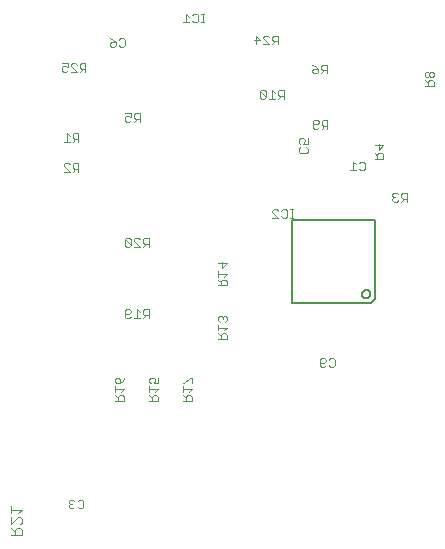
<source format=gbr>
G04 EAGLE Gerber X2 export*
%TF.Part,Single*%
%TF.FileFunction,Legend,Bot,1*%
%TF.FilePolarity,Positive*%
%TF.GenerationSoftware,Autodesk,EAGLE,8.7.1*%
%TF.CreationDate,2019-02-08T14:13:13Z*%
G75*
%MOMM*%
%FSLAX34Y34*%
%LPD*%
%AMOC8*
5,1,8,0,0,1.08239X$1,22.5*%
G01*
%ADD10C,0.076200*%
%ADD11C,0.152400*%


D10*
X340462Y384985D02*
X341690Y386213D01*
X344148Y386213D01*
X345377Y384985D01*
X345377Y380070D01*
X344148Y378841D01*
X341690Y378841D01*
X340462Y380070D01*
X337892Y383756D02*
X335435Y386213D01*
X335435Y378841D01*
X337892Y378841D02*
X332978Y378841D01*
X103294Y99955D02*
X102065Y98727D01*
X103294Y99955D02*
X105751Y99955D01*
X106980Y98727D01*
X106980Y93812D01*
X105751Y92583D01*
X103294Y92583D01*
X102065Y93812D01*
X99496Y98727D02*
X98267Y99955D01*
X95810Y99955D01*
X94581Y98727D01*
X94581Y97498D01*
X95810Y96269D01*
X97038Y96269D01*
X95810Y96269D02*
X94581Y95040D01*
X94581Y93812D01*
X95810Y92583D01*
X98267Y92583D01*
X99496Y93812D01*
X296805Y397086D02*
X295577Y398315D01*
X296805Y397086D02*
X296805Y394629D01*
X295577Y393400D01*
X290662Y393400D01*
X289433Y394629D01*
X289433Y397086D01*
X290662Y398315D01*
X296805Y400884D02*
X296805Y405799D01*
X296805Y400884D02*
X293119Y400884D01*
X294348Y403342D01*
X294348Y404570D01*
X293119Y405799D01*
X290662Y405799D01*
X289433Y404570D01*
X289433Y402113D01*
X290662Y400884D01*
X138173Y490671D02*
X136944Y489442D01*
X138173Y490671D02*
X140630Y490671D01*
X141859Y489442D01*
X141859Y484527D01*
X140630Y483299D01*
X138173Y483299D01*
X136944Y484527D01*
X131917Y489442D02*
X129460Y490671D01*
X131917Y489442D02*
X134375Y486985D01*
X134375Y484527D01*
X133146Y483299D01*
X130689Y483299D01*
X129460Y484527D01*
X129460Y485756D01*
X130689Y486985D01*
X134375Y486985D01*
X316019Y219653D02*
X314790Y218424D01*
X316019Y219653D02*
X318476Y219653D01*
X319705Y218424D01*
X319705Y213509D01*
X318476Y212281D01*
X316019Y212281D01*
X314790Y213509D01*
X312221Y213509D02*
X310992Y212281D01*
X308535Y212281D01*
X307306Y213509D01*
X307306Y218424D01*
X308535Y219653D01*
X310992Y219653D01*
X312221Y218424D01*
X312221Y217195D01*
X310992Y215967D01*
X307306Y215967D01*
X209124Y504063D02*
X206667Y504063D01*
X207896Y504063D02*
X207896Y511435D01*
X209124Y511435D02*
X206667Y511435D01*
X200449Y511435D02*
X199220Y510207D01*
X200449Y511435D02*
X202906Y511435D01*
X204135Y510207D01*
X204135Y505292D01*
X202906Y504063D01*
X200449Y504063D01*
X199220Y505292D01*
X196651Y508978D02*
X194193Y511435D01*
X194193Y504063D01*
X191736Y504063D02*
X196651Y504063D01*
D11*
X284038Y336675D02*
X354138Y336675D01*
X284038Y336675D02*
X284038Y266575D01*
X350588Y266575D01*
X354138Y270125D02*
X354138Y336675D01*
X354138Y270125D02*
X350588Y266575D01*
X342928Y274193D02*
X342930Y274312D01*
X342936Y274432D01*
X342946Y274551D01*
X342960Y274669D01*
X342978Y274787D01*
X342999Y274905D01*
X343025Y275021D01*
X343054Y275137D01*
X343088Y275252D01*
X343125Y275365D01*
X343166Y275477D01*
X343210Y275588D01*
X343258Y275698D01*
X343310Y275805D01*
X343365Y275911D01*
X343424Y276015D01*
X343487Y276117D01*
X343552Y276216D01*
X343621Y276314D01*
X343693Y276409D01*
X343768Y276502D01*
X343847Y276592D01*
X343928Y276680D01*
X344012Y276764D01*
X344099Y276846D01*
X344188Y276925D01*
X344280Y277001D01*
X344375Y277074D01*
X344472Y277144D01*
X344571Y277210D01*
X344673Y277273D01*
X344776Y277333D01*
X344881Y277389D01*
X344988Y277442D01*
X345097Y277491D01*
X345208Y277537D01*
X345320Y277578D01*
X345433Y277616D01*
X345547Y277651D01*
X345663Y277681D01*
X345779Y277708D01*
X345896Y277730D01*
X346014Y277749D01*
X346133Y277764D01*
X346252Y277775D01*
X346371Y277782D01*
X346490Y277785D01*
X346610Y277784D01*
X346729Y277779D01*
X346848Y277770D01*
X346967Y277757D01*
X347085Y277740D01*
X347202Y277720D01*
X347319Y277695D01*
X347435Y277666D01*
X347550Y277634D01*
X347664Y277598D01*
X347777Y277558D01*
X347888Y277514D01*
X347997Y277467D01*
X348105Y277416D01*
X348212Y277362D01*
X348316Y277304D01*
X348418Y277242D01*
X348519Y277178D01*
X348617Y277109D01*
X348713Y277038D01*
X348806Y276964D01*
X348897Y276886D01*
X348985Y276806D01*
X349070Y276722D01*
X349153Y276636D01*
X349233Y276547D01*
X349310Y276456D01*
X349383Y276362D01*
X349454Y276265D01*
X349521Y276167D01*
X349585Y276066D01*
X349646Y275963D01*
X349703Y275858D01*
X349756Y275752D01*
X349806Y275643D01*
X349853Y275533D01*
X349895Y275422D01*
X349934Y275309D01*
X349970Y275195D01*
X350001Y275079D01*
X350028Y274963D01*
X350052Y274846D01*
X350072Y274728D01*
X350088Y274610D01*
X350100Y274491D01*
X350108Y274372D01*
X350112Y274253D01*
X350112Y274133D01*
X350108Y274014D01*
X350100Y273895D01*
X350088Y273776D01*
X350072Y273658D01*
X350052Y273540D01*
X350028Y273423D01*
X350001Y273307D01*
X349970Y273191D01*
X349934Y273077D01*
X349895Y272964D01*
X349853Y272853D01*
X349806Y272743D01*
X349756Y272634D01*
X349703Y272528D01*
X349646Y272423D01*
X349585Y272320D01*
X349521Y272219D01*
X349454Y272121D01*
X349383Y272024D01*
X349310Y271930D01*
X349233Y271839D01*
X349153Y271750D01*
X349070Y271664D01*
X348985Y271580D01*
X348897Y271500D01*
X348806Y271422D01*
X348713Y271348D01*
X348617Y271277D01*
X348519Y271208D01*
X348418Y271144D01*
X348316Y271082D01*
X348212Y271024D01*
X348105Y270970D01*
X347997Y270919D01*
X347888Y270872D01*
X347777Y270828D01*
X347664Y270788D01*
X347550Y270752D01*
X347435Y270720D01*
X347319Y270691D01*
X347202Y270666D01*
X347085Y270646D01*
X346967Y270629D01*
X346848Y270616D01*
X346729Y270607D01*
X346610Y270602D01*
X346490Y270601D01*
X346371Y270604D01*
X346252Y270611D01*
X346133Y270622D01*
X346014Y270637D01*
X345896Y270656D01*
X345779Y270678D01*
X345663Y270705D01*
X345547Y270735D01*
X345433Y270770D01*
X345320Y270808D01*
X345208Y270849D01*
X345097Y270895D01*
X344988Y270944D01*
X344881Y270997D01*
X344776Y271053D01*
X344673Y271113D01*
X344571Y271176D01*
X344472Y271242D01*
X344375Y271312D01*
X344280Y271385D01*
X344188Y271461D01*
X344099Y271540D01*
X344012Y271622D01*
X343928Y271706D01*
X343847Y271794D01*
X343768Y271884D01*
X343693Y271977D01*
X343621Y272072D01*
X343552Y272170D01*
X343487Y272269D01*
X343424Y272371D01*
X343365Y272475D01*
X343310Y272581D01*
X343258Y272688D01*
X343210Y272798D01*
X343166Y272909D01*
X343125Y273021D01*
X343088Y273134D01*
X343054Y273249D01*
X343025Y273365D01*
X342999Y273481D01*
X342978Y273599D01*
X342960Y273717D01*
X342946Y273835D01*
X342936Y273954D01*
X342930Y274074D01*
X342928Y274193D01*
D10*
X284480Y338519D02*
X282023Y338519D01*
X283251Y338519D02*
X283251Y345891D01*
X282023Y345891D02*
X284480Y345891D01*
X275804Y345891D02*
X274576Y344662D01*
X275804Y345891D02*
X278262Y345891D01*
X279491Y344662D01*
X279491Y339747D01*
X278262Y338519D01*
X275804Y338519D01*
X274576Y339747D01*
X272006Y338519D02*
X267092Y338519D01*
X272006Y338519D02*
X267092Y343433D01*
X267092Y344662D01*
X268320Y345891D01*
X270778Y345891D01*
X272006Y344662D01*
X102807Y402971D02*
X102807Y410343D01*
X99120Y410343D01*
X97892Y409115D01*
X97892Y406657D01*
X99120Y405428D01*
X102807Y405428D01*
X100349Y405428D02*
X97892Y402971D01*
X95322Y407886D02*
X92865Y410343D01*
X92865Y402971D01*
X95322Y402971D02*
X90408Y402971D01*
X276479Y439484D02*
X276479Y446856D01*
X272793Y446856D01*
X271564Y445627D01*
X271564Y443170D01*
X272793Y441941D01*
X276479Y441941D01*
X274022Y441941D02*
X271564Y439484D01*
X268995Y444398D02*
X266537Y446856D01*
X266537Y439484D01*
X264080Y439484D02*
X268995Y439484D01*
X261511Y440712D02*
X261511Y445627D01*
X260282Y446856D01*
X257825Y446856D01*
X256596Y445627D01*
X256596Y440712D01*
X257825Y439484D01*
X260282Y439484D01*
X261511Y440712D01*
X256596Y445627D01*
X228543Y235739D02*
X221171Y235739D01*
X228543Y235739D02*
X228543Y239425D01*
X227314Y240653D01*
X224857Y240653D01*
X223628Y239425D01*
X223628Y235739D01*
X223628Y238196D02*
X221171Y240653D01*
X226085Y243223D02*
X228543Y245680D01*
X221171Y245680D01*
X221171Y243223D02*
X221171Y248138D01*
X227314Y250707D02*
X228543Y251936D01*
X228543Y254393D01*
X227314Y255622D01*
X226085Y255622D01*
X224857Y254393D01*
X224857Y253164D01*
X224857Y254393D02*
X223628Y255622D01*
X222399Y255622D01*
X221171Y254393D01*
X221171Y251936D01*
X222399Y250707D01*
X221044Y281369D02*
X228416Y281369D01*
X228416Y285055D01*
X227187Y286283D01*
X224730Y286283D01*
X223501Y285055D01*
X223501Y281369D01*
X223501Y283826D02*
X221044Y286283D01*
X225958Y288853D02*
X228416Y291310D01*
X221044Y291310D01*
X221044Y288853D02*
X221044Y293768D01*
X221044Y300023D02*
X228416Y300023D01*
X224730Y296337D01*
X224730Y301252D01*
X170123Y183351D02*
X162751Y183351D01*
X170123Y183351D02*
X170123Y187037D01*
X168894Y188266D01*
X166437Y188266D01*
X165208Y187037D01*
X165208Y183351D01*
X165208Y185808D02*
X162751Y188266D01*
X167665Y190835D02*
X170123Y193293D01*
X162751Y193293D01*
X162751Y195750D02*
X162751Y190835D01*
X170123Y198319D02*
X170123Y203234D01*
X170123Y198319D02*
X166437Y198319D01*
X167665Y200777D01*
X167665Y202005D01*
X166437Y203234D01*
X163979Y203234D01*
X162751Y202005D01*
X162751Y199548D01*
X163979Y198319D01*
X141548Y183351D02*
X134176Y183351D01*
X141548Y183351D02*
X141548Y187037D01*
X140319Y188266D01*
X137862Y188266D01*
X136633Y187037D01*
X136633Y183351D01*
X136633Y185808D02*
X134176Y188266D01*
X139090Y190835D02*
X141548Y193293D01*
X134176Y193293D01*
X134176Y195750D02*
X134176Y190835D01*
X140319Y200777D02*
X141548Y203234D01*
X140319Y200777D02*
X137862Y198319D01*
X135404Y198319D01*
X134176Y199548D01*
X134176Y202005D01*
X135404Y203234D01*
X136633Y203234D01*
X137862Y202005D01*
X137862Y198319D01*
X191326Y183351D02*
X198698Y183351D01*
X198698Y187037D01*
X197469Y188266D01*
X195012Y188266D01*
X193783Y187037D01*
X193783Y183351D01*
X193783Y185808D02*
X191326Y188266D01*
X196240Y190835D02*
X198698Y193293D01*
X191326Y193293D01*
X191326Y195750D02*
X191326Y190835D01*
X198698Y198319D02*
X198698Y203234D01*
X197469Y203234D01*
X192554Y198319D01*
X191326Y198319D01*
X162179Y253746D02*
X162179Y261118D01*
X158493Y261118D01*
X157264Y259890D01*
X157264Y257432D01*
X158493Y256203D01*
X162179Y256203D01*
X159722Y256203D02*
X157264Y253746D01*
X154695Y258661D02*
X152237Y261118D01*
X152237Y253746D01*
X149780Y253746D02*
X154695Y253746D01*
X147211Y254975D02*
X145982Y253746D01*
X143525Y253746D01*
X142296Y254975D01*
X142296Y259890D01*
X143525Y261118D01*
X145982Y261118D01*
X147211Y259890D01*
X147211Y258661D01*
X145982Y257432D01*
X142296Y257432D01*
X102807Y377571D02*
X102807Y384943D01*
X99120Y384943D01*
X97892Y383715D01*
X97892Y381257D01*
X99120Y380028D01*
X102807Y380028D01*
X100349Y380028D02*
X97892Y377571D01*
X95322Y377571D02*
X90408Y377571D01*
X95322Y377571D02*
X90408Y382486D01*
X90408Y383715D01*
X91636Y384943D01*
X94094Y384943D01*
X95322Y383715D01*
X162179Y321443D02*
X162179Y314071D01*
X162179Y321443D02*
X158493Y321443D01*
X157264Y320215D01*
X157264Y317757D01*
X158493Y316528D01*
X162179Y316528D01*
X159722Y316528D02*
X157264Y314071D01*
X154695Y314071D02*
X149780Y314071D01*
X154695Y314071D02*
X149780Y318986D01*
X149780Y320215D01*
X151009Y321443D01*
X153466Y321443D01*
X154695Y320215D01*
X147211Y320215D02*
X147211Y315300D01*
X147211Y320215D02*
X145982Y321443D01*
X143525Y321443D01*
X142296Y320215D01*
X142296Y315300D01*
X143525Y314071D01*
X145982Y314071D01*
X147211Y315300D01*
X142296Y320215D01*
X55190Y69596D02*
X45784Y69596D01*
X55190Y69596D02*
X55190Y74299D01*
X53622Y75867D01*
X50487Y75867D01*
X48919Y74299D01*
X48919Y69596D01*
X48919Y72731D02*
X45784Y75867D01*
X45784Y78951D02*
X45784Y85222D01*
X52054Y85222D02*
X45784Y78951D01*
X52054Y85222D02*
X53622Y85222D01*
X55190Y83654D01*
X55190Y80519D01*
X53622Y78951D01*
X52054Y88306D02*
X55190Y91442D01*
X45784Y91442D01*
X45784Y94577D02*
X45784Y88306D01*
X271717Y485521D02*
X271717Y492893D01*
X268030Y492893D01*
X266802Y491665D01*
X266802Y489207D01*
X268030Y487978D01*
X271717Y487978D01*
X269259Y487978D02*
X266802Y485521D01*
X264232Y485521D02*
X259318Y485521D01*
X264232Y485521D02*
X259318Y490436D01*
X259318Y491665D01*
X260546Y492893D01*
X263004Y492893D01*
X264232Y491665D01*
X253062Y492893D02*
X253062Y485521D01*
X256748Y489207D02*
X253062Y492893D01*
X251833Y489207D02*
X256748Y489207D01*
X108749Y469525D02*
X108749Y462153D01*
X108749Y469525D02*
X105063Y469525D01*
X103834Y468297D01*
X103834Y465839D01*
X105063Y464610D01*
X108749Y464610D01*
X106292Y464610D02*
X103834Y462153D01*
X101265Y462153D02*
X96350Y462153D01*
X101265Y462153D02*
X96350Y467068D01*
X96350Y468297D01*
X97579Y469525D01*
X100036Y469525D01*
X101265Y468297D01*
X93781Y469525D02*
X88866Y469525D01*
X93781Y469525D02*
X93781Y465839D01*
X91323Y467068D01*
X90095Y467068D01*
X88866Y465839D01*
X88866Y463382D01*
X90095Y462153D01*
X92552Y462153D01*
X93781Y463382D01*
X380937Y359543D02*
X380937Y352171D01*
X380937Y359543D02*
X377250Y359543D01*
X376022Y358315D01*
X376022Y355857D01*
X377250Y354628D01*
X380937Y354628D01*
X378479Y354628D02*
X376022Y352171D01*
X373452Y358315D02*
X372224Y359543D01*
X369766Y359543D01*
X368538Y358315D01*
X368538Y357086D01*
X369766Y355857D01*
X370995Y355857D01*
X369766Y355857D02*
X368538Y354628D01*
X368538Y353400D01*
X369766Y352171D01*
X372224Y352171D01*
X373452Y353400D01*
X360940Y388638D02*
X353568Y388638D01*
X360940Y388638D02*
X360940Y392324D01*
X359712Y393553D01*
X357254Y393553D01*
X356025Y392324D01*
X356025Y388638D01*
X356025Y391095D02*
X353568Y393553D01*
X353568Y399808D02*
X360940Y399808D01*
X357254Y396122D01*
X357254Y401037D01*
X154559Y419799D02*
X154559Y427171D01*
X150873Y427171D01*
X149644Y425942D01*
X149644Y423485D01*
X150873Y422256D01*
X154559Y422256D01*
X152102Y422256D02*
X149644Y419799D01*
X147075Y427171D02*
X142160Y427171D01*
X147075Y427171D02*
X147075Y423485D01*
X144617Y424713D01*
X143389Y424713D01*
X142160Y423485D01*
X142160Y421027D01*
X143389Y419799D01*
X145846Y419799D01*
X147075Y421027D01*
X313355Y460883D02*
X313355Y468255D01*
X309669Y468255D01*
X308440Y467027D01*
X308440Y464569D01*
X309669Y463340D01*
X313355Y463340D01*
X310897Y463340D02*
X308440Y460883D01*
X303413Y467027D02*
X300956Y468255D01*
X303413Y467027D02*
X305871Y464569D01*
X305871Y462112D01*
X304642Y460883D01*
X302185Y460883D01*
X300956Y462112D01*
X300956Y463340D01*
X302185Y464569D01*
X305871Y464569D01*
X313627Y421456D02*
X313627Y414084D01*
X313627Y421456D02*
X309940Y421456D01*
X308712Y420227D01*
X308712Y417770D01*
X309940Y416541D01*
X313627Y416541D01*
X311169Y416541D02*
X308712Y414084D01*
X306142Y415312D02*
X304914Y414084D01*
X302456Y414084D01*
X301228Y415312D01*
X301228Y420227D01*
X302456Y421456D01*
X304914Y421456D01*
X306142Y420227D01*
X306142Y418998D01*
X304914Y417770D01*
X301228Y417770D01*
X396304Y449961D02*
X403676Y449961D01*
X403676Y453647D01*
X402447Y454876D01*
X399990Y454876D01*
X398761Y453647D01*
X398761Y449961D01*
X398761Y452418D02*
X396304Y454876D01*
X402447Y457445D02*
X403676Y458674D01*
X403676Y461131D01*
X402447Y462360D01*
X401218Y462360D01*
X399990Y461131D01*
X398761Y462360D01*
X397532Y462360D01*
X396304Y461131D01*
X396304Y458674D01*
X397532Y457445D01*
X398761Y457445D01*
X399990Y458674D01*
X401218Y457445D01*
X402447Y457445D01*
X399990Y458674D02*
X399990Y461131D01*
M02*

</source>
